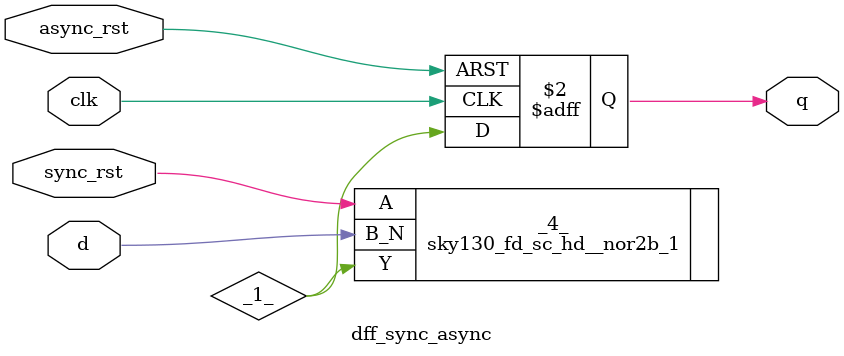
<source format=v>
/* Generated by Yosys 0.33 (git sha1 2584903a060) */

(* top =  1  *)
(* src = "dff_sync_async.v:1.1-18.10" *)
module dff_sync_async(clk, d, sync_rst, async_rst, q);
  (* src = "dff_sync_async.v:8.5-17.8" *)
  wire _0_;
  (* src = "dff_sync_async.v:8.5-17.8" *)
  wire _1_;
  (* src = "dff_sync_async.v:3.16-3.17" *)
  wire _2_;
  (* src = "dff_sync_async.v:4.16-4.24" *)
  wire _3_;
  (* src = "dff_sync_async.v:5.16-5.25" *)
  input async_rst;
  wire async_rst;
  (* src = "dff_sync_async.v:2.16-2.19" *)
  input clk;
  wire clk;
  (* src = "dff_sync_async.v:3.16-3.17" *)
  input d;
  wire d;
  (* src = "dff_sync_async.v:6.16-6.17" *)
  output q;
  reg q;
  (* src = "dff_sync_async.v:4.16-4.24" *)
  input sync_rst;
  wire sync_rst;
  sky130_fd_sc_hd__nor2b_1 _4_ (
    .A(_3_),
    .B_N(_2_),
    .Y(_1_)
  );
  (* src = "dff_sync_async.v:8.5-17.8" *)
  always @(posedge clk, posedge async_rst)
    if (async_rst) q <= 1'h0;
    else q <= _0_;
  assign _2_ = d;
  assign _3_ = sync_rst;
  assign _0_ = _1_;
endmodule

</source>
